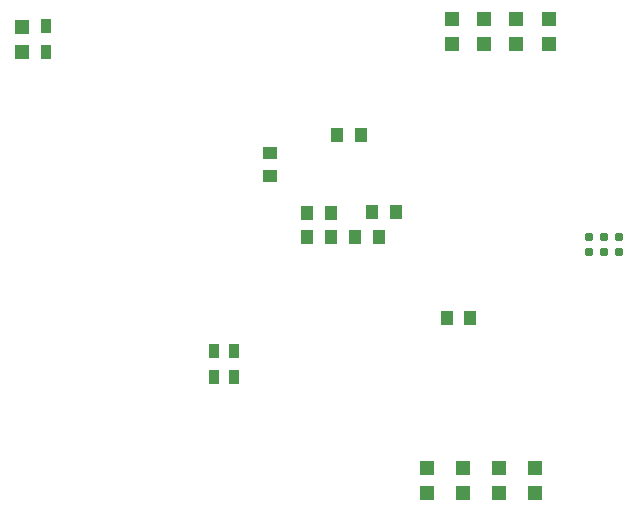
<source format=gbr>
G04 #@! TF.FileFunction,Paste,Top*
%FSLAX46Y46*%
G04 Gerber Fmt 4.6, Leading zero omitted, Abs format (unit mm)*
G04 Created by KiCad (PCBNEW 4.0.1-stable) date 12-Feb-16 11:10:28 AM*
%MOMM*%
G01*
G04 APERTURE LIST*
%ADD10C,0.100000*%
%ADD11R,1.000000X1.250000*%
%ADD12R,1.250000X1.000000*%
%ADD13R,1.198880X1.198880*%
%ADD14C,0.787000*%
%ADD15R,0.900000X1.200000*%
G04 APERTURE END LIST*
D10*
D11*
X32725000Y-24073000D03*
X30725000Y-24073000D03*
X32200000Y-21970000D03*
X34200000Y-21970000D03*
X31201000Y-15437000D03*
X29201000Y-15437000D03*
D12*
X23530000Y-16960000D03*
X23530000Y-18960000D03*
D11*
X26660000Y-22050000D03*
X28660000Y-22050000D03*
X26660000Y-24110000D03*
X28660000Y-24110000D03*
X38470000Y-30950000D03*
X40470000Y-30950000D03*
D13*
X45984000Y-43654980D03*
X45984000Y-45753020D03*
X36840000Y-43654980D03*
X36840000Y-45753020D03*
X2550000Y-8415020D03*
X2550000Y-6316980D03*
X41650000Y-7749020D03*
X41650000Y-5650980D03*
X38950000Y-7749020D03*
X38950000Y-5650980D03*
X47150000Y-7749020D03*
X47150000Y-5650980D03*
X44350000Y-7749020D03*
X44350000Y-5650980D03*
X39888000Y-43654980D03*
X39888000Y-45753020D03*
X42936000Y-43654980D03*
X42936000Y-45753020D03*
D14*
X50520000Y-24065000D03*
X50520000Y-25335000D03*
X51790000Y-24065000D03*
X51790000Y-25335000D03*
X53060000Y-25335000D03*
X53060000Y-24065000D03*
D15*
X18800000Y-35970000D03*
X18800000Y-33770000D03*
X20500000Y-33770000D03*
X20500000Y-35970000D03*
X4582000Y-6266000D03*
X4582000Y-8466000D03*
M02*

</source>
